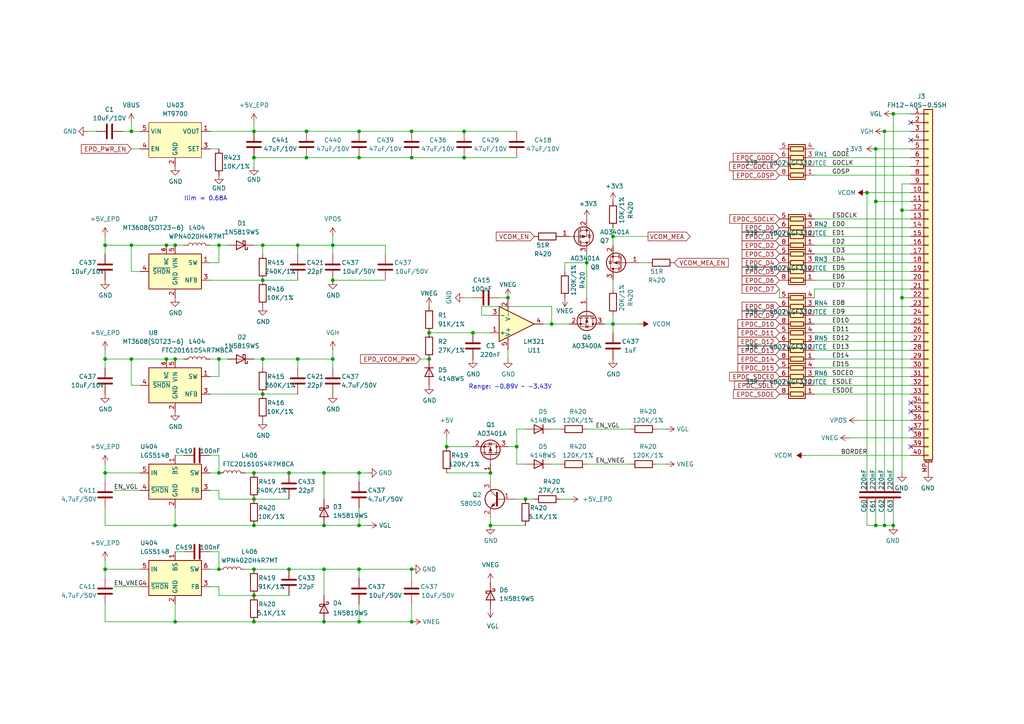
<source format=kicad_sch>
(kicad_sch (version 20230121) (generator eeschema)
  (paper "A4")
  (title_block (title "Caster EPDC") (date "2022-07-03") (rev "R0.4") (company "Copyright 2022 Modos / Engineer: Wenting Zhang"))
  (junction (at 160.02 93.98))
  (junction (at 50.8 180.34))
  (junction (at 177.8 68.58))
  (junction (at 170.18 76.2))
  (junction (at 50.8 104.14))
  (junction (at 137.16 96.52))
  (junction (at 50.8 71.12))
  (junction (at 104.14 45.72))
  (junction (at 149.86 129.54))
  (junction (at 76.2 71.12))
  (junction (at 129.54 129.54))
  (junction (at 119.38 38.1))
  (junction (at 119.38 165.1))
  (junction (at 104.14 165.1))
  (junction (at 86.36 104.14))
  (junction (at 88.9 45.72))
  (junction (at 254 152.4) (diameter 0.9144))
  (junction (at 251.46 55.88))
  (junction (at 259.08 152.4) (diameter 0.9144))
  (junction (at 152.4 144.78))
  (junction (at 73.66 144.78) (diameter 0.9144))
  (junction (at 63.5 137.16))
  (junction (at 73.66 38.1))
  (junction (at 104.14 137.16))
  (junction (at 124.46 96.52))
  (junction (at 73.66 165.1) (diameter 0.9144))
  (junction (at 48.26 104.14))
  (junction (at 73.66 180.34))
  (junction (at 261.62 60.96) (diameter 0.9144))
  (junction (at 104.14 38.1))
  (junction (at 177.8 93.98))
  (junction (at 254 43.18))
  (junction (at 142.24 152.4))
  (junction (at 38.1 104.14))
  (junction (at 73.66 152.4))
  (junction (at 76.2 114.3) (diameter 0.9144))
  (junction (at 119.38 180.34))
  (junction (at 63.5 71.12))
  (junction (at 88.9 38.1))
  (junction (at 73.66 137.16) (diameter 0.9144))
  (junction (at 259.08 33.02) (diameter 0.9144))
  (junction (at 63.5 104.14))
  (junction (at 38.1 38.1))
  (junction (at 38.1 71.12))
  (junction (at 30.48 165.1))
  (junction (at 124.46 104.14))
  (junction (at 256.54 152.4) (diameter 0.9144))
  (junction (at 147.32 86.36))
  (junction (at 256.54 38.1) (diameter 0.9144))
  (junction (at 104.14 152.4))
  (junction (at 50.8 152.4))
  (junction (at 48.26 71.12))
  (junction (at 104.14 180.34))
  (junction (at 119.38 45.72))
  (junction (at 83.82 165.1))
  (junction (at 96.52 71.12))
  (junction (at 142.24 137.16))
  (junction (at 96.52 81.28))
  (junction (at 96.52 104.14))
  (junction (at 93.98 180.34))
  (junction (at 76.2 104.14))
  (junction (at 86.36 71.12))
  (junction (at 63.5 165.1))
  (junction (at 134.62 45.72))
  (junction (at 73.66 172.72) (diameter 0.9144))
  (junction (at 73.66 45.72))
  (junction (at 93.98 137.16))
  (junction (at 93.98 152.4))
  (junction (at 30.48 137.16))
  (junction (at 83.82 137.16))
  (junction (at 76.2 81.28) (diameter 0.9144))
  (junction (at 93.98 165.1))
  (junction (at 261.62 86.36) (diameter 0.9144))
  (junction (at 30.48 104.14))
  (junction (at 30.48 71.12))
  (junction (at 254 58.42) (diameter 0.9144))
  (junction (at 134.62 38.1))
  (no_connect (at 264.16 129.54))
  (no_connect (at 264.16 116.84))
  (no_connect (at 264.16 119.38))
  (no_connect (at 264.16 124.46))
  (no_connect (at 264.16 35.56))
  (no_connect (at 264.16 40.64))
  (wire (pts (xy 30.48 175.26) (xy 30.48 180.34)))
  (wire (pts (xy 63.5 71.12) (xy 66.04 71.12)))
  (wire (pts (xy 60.96 170.18) (xy 63.5 170.18)))
  (wire (pts (xy 137.16 86.36) (xy 134.62 86.36)))
  (wire (pts (xy 236.22 68.58) (xy 264.16 68.58)))
  (wire (pts (xy 149.86 134.62) (xy 152.4 134.62)))
  (wire (pts (xy 86.36 71.12) (xy 86.36 73.66)))
  (wire (pts (xy 73.66 144.78) (xy 63.5 144.78)))
  (wire (pts (xy 147.32 129.54) (xy 149.86 129.54)))
  (wire (pts (xy 73.66 38.1) (xy 88.9 38.1)))
  (wire (pts (xy 236.22 83.82) (xy 264.16 83.82)))
  (wire (pts (xy 256.54 38.1) (xy 264.16 38.1)))
  (wire (pts (xy 163.83 76.2) (xy 163.83 78.74)))
  (wire (pts (xy 73.66 137.16) (xy 83.82 137.16)))
  (wire (pts (xy 139.7 91.44) (xy 142.24 91.44)))
  (wire (pts (xy 50.8 152.4) (xy 73.66 152.4)))
  (wire (pts (xy 134.62 45.72) (xy 149.86 45.72)))
  (wire (pts (xy 76.2 114.3) (xy 86.36 114.3)))
  (wire (pts (xy 30.48 162.56) (xy 30.48 165.1)))
  (wire (pts (xy 30.48 71.12) (xy 30.48 73.66)))
  (wire (pts (xy 38.1 43.18) (xy 40.64 43.18)))
  (wire (pts (xy 254 58.42) (xy 254 139.7)))
  (wire (pts (xy 73.66 172.72) (xy 83.82 172.72)))
  (wire (pts (xy 177.8 66.04) (xy 177.8 68.58)))
  (wire (pts (xy 236.22 45.72) (xy 264.16 45.72)))
  (wire (pts (xy 251.46 55.88) (xy 264.16 55.88)))
  (wire (pts (xy 175.26 93.98) (xy 177.8 93.98)))
  (wire (pts (xy 160.02 124.46) (xy 162.56 124.46)))
  (wire (pts (xy 236.22 63.5) (xy 264.16 63.5)))
  (wire (pts (xy 96.52 71.12) (xy 96.52 73.66)))
  (wire (pts (xy 50.8 132.08) (xy 53.34 132.08)))
  (wire (pts (xy 236.22 73.66) (xy 264.16 73.66)))
  (wire (pts (xy 30.48 137.16) (xy 30.48 139.7)))
  (wire (pts (xy 236.22 99.06) (xy 264.16 99.06)))
  (wire (pts (xy 226.06 83.82) (xy 226.06 86.36)))
  (wire (pts (xy 261.62 53.34) (xy 261.62 60.96)))
  (wire (pts (xy 119.38 38.1) (xy 134.62 38.1)))
  (wire (pts (xy 236.22 88.9) (xy 264.16 88.9)))
  (wire (pts (xy 60.96 81.28) (xy 76.2 81.28)))
  (wire (pts (xy 121.92 104.14) (xy 124.46 104.14)))
  (wire (pts (xy 149.86 124.46) (xy 149.86 129.54)))
  (wire (pts (xy 124.46 96.52) (xy 137.16 96.52)))
  (wire (pts (xy 177.8 91.44) (xy 177.8 93.98)))
  (wire (pts (xy 60.96 109.22) (xy 63.5 109.22)))
  (wire (pts (xy 38.1 71.12) (xy 38.1 78.74)))
  (wire (pts (xy 38.1 71.12) (xy 48.26 71.12)))
  (wire (pts (xy 104.14 45.72) (xy 119.38 45.72)))
  (wire (pts (xy 48.26 104.14) (xy 50.8 104.14)))
  (wire (pts (xy 190.5 134.62) (xy 193.04 134.62)))
  (wire (pts (xy 104.14 180.34) (xy 119.38 180.34)))
  (wire (pts (xy 93.98 137.16) (xy 93.98 144.78)))
  (wire (pts (xy 236.22 106.68) (xy 264.16 106.68)))
  (wire (pts (xy 261.62 60.96) (xy 261.62 86.36)))
  (wire (pts (xy 63.5 104.14) (xy 66.04 104.14)))
  (wire (pts (xy 73.66 104.14) (xy 76.2 104.14)))
  (wire (pts (xy 96.52 101.6) (xy 96.52 104.14)))
  (wire (pts (xy 93.98 137.16) (xy 104.14 137.16)))
  (wire (pts (xy 50.8 104.14) (xy 53.34 104.14)))
  (wire (pts (xy 60.96 160.02) (xy 63.5 160.02)))
  (wire (pts (xy 236.22 109.22) (xy 264.16 109.22)))
  (wire (pts (xy 157.48 93.98) (xy 160.02 93.98)))
  (wire (pts (xy 177.8 93.98) (xy 177.8 96.52)))
  (wire (pts (xy 63.5 165.1) (xy 60.96 165.1)))
  (wire (pts (xy 40.64 111.76) (xy 38.1 111.76)))
  (wire (pts (xy 30.48 180.34) (xy 50.8 180.34)))
  (wire (pts (xy 119.38 165.1) (xy 119.38 167.64)))
  (wire (pts (xy 73.66 165.1) (xy 83.82 165.1)))
  (wire (pts (xy 163.83 76.2) (xy 170.18 76.2)))
  (wire (pts (xy 177.8 81.28) (xy 177.8 83.82)))
  (wire (pts (xy 149.86 129.54) (xy 149.86 134.62)))
  (wire (pts (xy 236.22 81.28) (xy 264.16 81.28)))
  (wire (pts (xy 73.66 172.72) (xy 63.5 172.72)))
  (wire (pts (xy 236.22 93.98) (xy 264.16 93.98)))
  (wire (pts (xy 60.96 114.3) (xy 76.2 114.3)))
  (wire (pts (xy 104.14 165.1) (xy 119.38 165.1)))
  (wire (pts (xy 63.5 142.24) (xy 63.5 144.78)))
  (wire (pts (xy 88.9 45.72) (xy 104.14 45.72)))
  (wire (pts (xy 76.2 81.28) (xy 86.36 81.28)))
  (wire (pts (xy 170.18 134.62) (xy 182.88 134.62)))
  (wire (pts (xy 73.66 38.1) (xy 73.66 35.56)))
  (wire (pts (xy 50.8 180.34) (xy 73.66 180.34)))
  (wire (pts (xy 83.82 165.1) (xy 93.98 165.1)))
  (wire (pts (xy 254 43.18) (xy 264.16 43.18)))
  (wire (pts (xy 60.96 43.18) (xy 63.5 43.18)))
  (wire (pts (xy 160.02 93.98) (xy 165.1 93.98)))
  (wire (pts (xy 30.48 104.14) (xy 30.48 106.68)))
  (wire (pts (xy 63.5 170.18) (xy 63.5 172.72)))
  (wire (pts (xy 236.22 50.8) (xy 264.16 50.8)))
  (wire (pts (xy 76.2 71.12) (xy 86.36 71.12)))
  (wire (pts (xy 76.2 104.14) (xy 86.36 104.14)))
  (wire (pts (xy 162.56 144.78) (xy 165.1 144.78)))
  (wire (pts (xy 177.8 68.58) (xy 187.96 68.58)))
  (wire (pts (xy 129.54 127) (xy 129.54 129.54)))
  (wire (pts (xy 48.26 71.12) (xy 50.8 71.12)))
  (wire (pts (xy 38.1 104.14) (xy 48.26 104.14)))
  (wire (pts (xy 119.38 175.26) (xy 119.38 180.34)))
  (wire (pts (xy 149.86 144.78) (xy 152.4 144.78)))
  (wire (pts (xy 96.52 81.28) (xy 111.76 81.28)))
  (wire (pts (xy 25.4 38.1) (xy 27.94 38.1)))
  (wire (pts (xy 251.46 147.32) (xy 251.46 152.4)))
  (wire (pts (xy 104.14 152.4) (xy 106.68 152.4)))
  (wire (pts (xy 256.54 152.4) (xy 259.08 152.4)))
  (wire (pts (xy 40.64 78.74) (xy 38.1 78.74)))
  (wire (pts (xy 236.22 114.3) (xy 264.16 114.3)))
  (wire (pts (xy 251.46 55.88) (xy 251.46 139.7)))
  (wire (pts (xy 236.22 96.52) (xy 264.16 96.52)))
  (wire (pts (xy 261.62 86.36) (xy 264.16 86.36)))
  (wire (pts (xy 73.66 165.1) (xy 71.12 165.1)))
  (wire (pts (xy 142.24 137.16) (xy 142.24 139.7)))
  (wire (pts (xy 30.48 101.6) (xy 30.48 104.14)))
  (wire (pts (xy 261.62 86.36) (xy 261.62 137.16)))
  (wire (pts (xy 104.14 165.1) (xy 104.14 167.64)))
  (wire (pts (xy 259.08 33.02) (xy 259.08 139.7)))
  (wire (pts (xy 73.66 180.34) (xy 93.98 180.34)))
  (wire (pts (xy 76.2 104.14) (xy 76.2 106.68)))
  (wire (pts (xy 111.76 71.12) (xy 111.76 73.66)))
  (wire (pts (xy 63.5 137.16) (xy 60.96 137.16)))
  (wire (pts (xy 73.66 152.4) (xy 93.98 152.4)))
  (wire (pts (xy 236.22 91.44) (xy 264.16 91.44)))
  (wire (pts (xy 259.08 147.32) (xy 259.08 152.4)))
  (wire (pts (xy 63.5 76.2) (xy 63.5 71.12)))
  (wire (pts (xy 96.52 71.12) (xy 111.76 71.12)))
  (wire (pts (xy 104.14 137.16) (xy 104.14 139.7)))
  (wire (pts (xy 142.24 149.86) (xy 142.24 152.4)))
  (wire (pts (xy 63.5 160.02) (xy 63.5 165.1)))
  (wire (pts (xy 50.8 147.32) (xy 50.8 152.4)))
  (wire (pts (xy 129.54 137.16) (xy 142.24 137.16)))
  (wire (pts (xy 60.96 104.14) (xy 63.5 104.14)))
  (wire (pts (xy 104.14 147.32) (xy 104.14 152.4)))
  (wire (pts (xy 60.96 71.12) (xy 63.5 71.12)))
  (wire (pts (xy 236.22 101.6) (xy 264.16 101.6)))
  (wire (pts (xy 137.16 96.52) (xy 142.24 96.52)))
  (wire (pts (xy 83.82 137.16) (xy 93.98 137.16)))
  (wire (pts (xy 104.14 137.16) (xy 106.68 137.16)))
  (wire (pts (xy 76.2 71.12) (xy 76.2 73.66)))
  (wire (pts (xy 139.7 88.9) (xy 139.7 91.44)))
  (wire (pts (xy 93.98 180.34) (xy 104.14 180.34)))
  (wire (pts (xy 86.36 71.12) (xy 96.52 71.12)))
  (wire (pts (xy 152.4 124.46) (xy 149.86 124.46)))
  (wire (pts (xy 104.14 38.1) (xy 119.38 38.1)))
  (wire (pts (xy 93.98 152.4) (xy 104.14 152.4)))
  (wire (pts (xy 259.08 33.02) (xy 264.16 33.02)))
  (wire (pts (xy 30.48 147.32) (xy 30.48 152.4)))
  (wire (pts (xy 190.5 124.46) (xy 193.04 124.46)))
  (wire (pts (xy 254 58.42) (xy 264.16 58.42)))
  (wire (pts (xy 119.38 45.72) (xy 134.62 45.72)))
  (wire (pts (xy 129.54 129.54) (xy 137.16 129.54)))
  (wire (pts (xy 63.5 109.22) (xy 63.5 104.14)))
  (wire (pts (xy 88.9 38.1) (xy 104.14 38.1)))
  (wire (pts (xy 35.56 38.1) (xy 38.1 38.1)))
  (wire (pts (xy 236.22 104.14) (xy 264.16 104.14)))
  (wire (pts (xy 38.1 35.56) (xy 38.1 38.1)))
  (wire (pts (xy 170.18 124.46) (xy 182.88 124.46)))
  (wire (pts (xy 73.66 45.72) (xy 88.9 45.72)))
  (wire (pts (xy 261.62 60.96) (xy 264.16 60.96)))
  (wire (pts (xy 256.54 38.1) (xy 256.54 139.7)))
  (wire (pts (xy 93.98 165.1) (xy 93.98 172.72)))
  (wire (pts (xy 33.02 142.24) (xy 40.64 142.24)))
  (wire (pts (xy 30.48 165.1) (xy 40.64 165.1)))
  (wire (pts (xy 30.48 71.12) (xy 38.1 71.12)))
  (wire (pts (xy 256.54 147.32) (xy 256.54 152.4)))
  (wire (pts (xy 73.66 45.72) (xy 73.66 48.26)))
  (wire (pts (xy 96.52 68.58) (xy 96.52 71.12)))
  (wire (pts (xy 73.66 71.12) (xy 76.2 71.12)))
  (wire (pts (xy 30.48 137.16) (xy 40.64 137.16)))
  (wire (pts (xy 104.14 175.26) (xy 104.14 180.34)))
  (wire (pts (xy 147.32 101.6) (xy 147.32 104.14)))
  (wire (pts (xy 33.02 170.18) (xy 40.64 170.18)))
  (wire (pts (xy 147.32 86.36) (xy 144.78 86.36)))
  (wire (pts (xy 63.5 132.08) (xy 63.5 137.16)))
  (wire (pts (xy 177.8 93.98) (xy 185.42 93.98)))
  (wire (pts (xy 50.8 71.12) (xy 53.34 71.12)))
  (wire (pts (xy 73.66 137.16) (xy 71.12 137.16)))
  (wire (pts (xy 246.38 127) (xy 264.16 127)))
  (wire (pts (xy 86.36 104.14) (xy 96.52 104.14)))
  (wire (pts (xy 60.96 142.24) (xy 63.5 142.24)))
  (wire (pts (xy 236.22 66.04) (xy 264.16 66.04)))
  (wire (pts (xy 170.18 73.66) (xy 170.18 76.2)))
  (wire (pts (xy 96.52 104.14) (xy 96.52 106.68)))
  (wire (pts (xy 38.1 104.14) (xy 38.1 111.76)))
  (wire (pts (xy 30.48 165.1) (xy 30.48 167.64)))
  (wire (pts (xy 30.48 104.14) (xy 38.1 104.14)))
  (wire (pts (xy 236.22 111.76) (xy 264.16 111.76)))
  (wire (pts (xy 236.22 76.2) (xy 264.16 76.2)))
  (wire (pts (xy 160.02 88.9) (xy 139.7 88.9)))
  (wire (pts (xy 236.22 83.82) (xy 236.22 86.36)))
  (wire (pts (xy 254 43.18) (xy 254 58.42)))
  (wire (pts (xy 170.18 76.2) (xy 170.18 86.36)))
  (wire (pts (xy 236.22 71.12) (xy 264.16 71.12)))
  (wire (pts (xy 152.4 144.78) (xy 154.94 144.78)))
  (wire (pts (xy 160.02 134.62) (xy 162.56 134.62)))
  (wire (pts (xy 248.92 121.92) (xy 264.16 121.92)))
  (wire (pts (xy 50.8 175.26) (xy 50.8 180.34)))
  (wire (pts (xy 134.62 38.1) (xy 149.86 38.1)))
  (wire (pts (xy 236.22 48.26) (xy 264.16 48.26)))
  (wire (pts (xy 160.02 93.98) (xy 160.02 88.9)))
  (wire (pts (xy 30.48 152.4) (xy 50.8 152.4)))
  (wire (pts (xy 251.46 152.4) (xy 254 152.4)))
  (wire (pts (xy 254 147.32) (xy 254 152.4)))
  (wire (pts (xy 142.24 152.4) (xy 152.4 152.4)))
  (wire (pts (xy 233.68 132.08) (xy 264.16 132.08)))
  (wire (pts (xy 60.96 132.08) (xy 63.5 132.08)))
  (wire (pts (xy 254 152.4) (xy 256.54 152.4)))
  (wire (pts (xy 50.8 160.02) (xy 53.34 160.02)))
  (wire (pts (xy 264.16 53.34) (xy 261.62 53.34)))
  (wire (pts (xy 73.66 144.78) (xy 83.82 144.78)))
  (wire (pts (xy 236.22 78.74) (xy 264.16 78.74)))
  (wire (pts (xy 38.1 38.1) (xy 40.64 38.1)))
  (wire (pts (xy 30.48 68.58) (xy 30.48 71.12)))
  (wire (pts (xy 177.8 71.12) (xy 177.8 68.58)))
  (wire (pts (xy 60.96 38.1) (xy 73.66 38.1)))
  (wire (pts (xy 93.98 165.1) (xy 104.14 165.1)))
  (wire (pts (xy 86.36 104.14) (xy 86.36 106.68)))
  (wire (pts (xy 30.48 134.62) (xy 30.48 137.16)))
  (wire (pts (xy 185.42 76.2) (xy 187.96 76.2)))
  (wire (pts (xy 60.96 76.2) (xy 63.5 76.2)))
  (text "Ilim = 0.68A" (at 53.34 58.42 0) (effects (font (size 1.27 1.27)) (justify left bottom)))
  (text "Range: -0.89V ~ -3.43V" (at 135.89 113.03 0) (effects (font (size 1.27 1.27)) (justify left bottom)))
  (label "EN_VGL" (at 33.02 142.24 0))
  (label "GDOE" (at 241.3 45.72 0))
  (label "ED15" (at 241.3 106.68 0))
  (label "ED14" (at 241.3 104.14 0))
  (label "ED13" (at 241.3 101.6 0))
  (label "ESDCLK" (at 241.3 63.5 0))
  (label "GDCLK" (at 241.3 48.26 0))
  (label "ESDLE" (at 241.3 111.76 0))
  (label "ED1" (at 241.3 68.58 0))
  (label "ED9" (at 241.3 91.44 0))
  (label "ED10" (at 241.3 93.98 0))
  (label "EN_VGL" (at 172.72 124.46 0))
  (label "ED11" (at 241.3 96.52 0))
  (label "EN_VNEG" (at 172.72 134.62 0))
  (label "ESDOE" (at 241.3 114.3 0))
  (label "ED7" (at 241.3 83.82 0))
  (label "ED6" (at 241.3 81.28 0))
  (label "ED2" (at 241.3 71.12 0))
  (label "GDSP" (at 241.3 50.8 0))
  (label "EN_VNEG" (at 33.02 170.18 0))
  (label "BORDER" (at 243.84 132.08 0))
  (label "ED5" (at 241.3 78.74 0))
  (label "ED12" (at 241.3 99.06 0))
  (label "ED4" (at 241.3 76.2 0))
  (label "ED3" (at 241.3 73.66 0))
  (label "ED8" (at 241.3 88.9 0))
  (label "SDCE0" (at 241.3 109.22 0))
  (label "ED0" (at 241.3 66.04 0))
  (global_label "EPDC_D2" (shape input) (at 226.06 71.12 180) (property "Intersheetrefs" "${INTERSHEET_REFS}" (effects hide)))
  (global_label "EPDC_D9" (shape input) (at 226.06 91.44 180) (property "Intersheetrefs" "${INTERSHEET_REFS}" (effects hide)))
  (global_label "VCOM_EN" (shape input) (at 154.94 68.58 180) (property "Intersheetrefs" "${INTERSHEET_REFS}" (effects hide)))
  (global_label "EPDC_GDSP" (shape input) (at 226.06 50.8 180) (property "Intersheetrefs" "${INTERSHEET_REFS}" (effects hide)))
  (global_label "EPDC_D4" (shape input) (at 226.06 76.2 180) (property "Intersheetrefs" "${INTERSHEET_REFS}" (effects hide)))
  (global_label "EPDC_D11" (shape input) (at 226.06 96.52 180) (property "Intersheetrefs" "${INTERSHEET_REFS}" (effects hide)))
  (global_label "EPDC_D15" (shape input) (at 226.06 106.68 180) (property "Intersheetrefs" "${INTERSHEET_REFS}" (effects hide)))
  (global_label "EPDC_SDCLK" (shape input) (at 226.06 63.5 180) (property "Intersheetrefs" "${INTERSHEET_REFS}" (effects hide)))
  (global_label "EPDC_GDOE" (shape input) (at 226.06 45.72 180) (property "Intersheetrefs" "${INTERSHEET_REFS}" (effects hide)))
  (global_label "EPDC_D8" (shape input) (at 226.06 88.9 180) (property "Intersheetrefs" "${INTERSHEET_REFS}" (effects hide)))
  (global_label "EPDC_GDCLK" (shape input) (at 226.06 48.26 180) (property "Intersheetrefs" "${INTERSHEET_REFS}" (effects hide)))
  (global_label "VCOM_MEA" (shape output) (at 187.96 68.58 0) (property "Intersheetrefs" "${INTERSHEET_REFS}" (effects hide)))
  (global_label "EPDC_D7" (shape input) (at 226.06 83.82 180) (property "Intersheetrefs" "${INTERSHEET_REFS}" (effects hide)))
  (global_label "EPDC_SDOE" (shape input) (at 226.06 114.3 180) (property "Intersheetrefs" "${INTERSHEET_REFS}" (effects hide)))
  (global_label "VCOM_MEA_EN" (shape input) (at 195.58 76.2 0) (property "Intersheetrefs" "${INTERSHEET_REFS}" (effects hide)))
  (global_label "EPDC_D12" (shape input) (at 226.06 99.06 180) (property "Intersheetrefs" "${INTERSHEET_REFS}" (effects hide)))
  (global_label "EPDC_D13" (shape input) (at 226.06 101.6 180) (property "Intersheetrefs" "${INTERSHEET_REFS}" (effects hide)))
  (global_label "EPDC_D6" (shape input) (at 226.06 81.28 180) (property "Intersheetrefs" "${INTERSHEET_REFS}" (effects hide)))
  (global_label "EPDC_D14" (shape input) (at 226.06 104.14 180) (property "Intersheetrefs" "${INTERSHEET_REFS}" (effects hide)))
  (global_label "EPDC_SDLE" (shape input) (at 226.06 111.76 180) (property "Intersheetrefs" "${INTERSHEET_REFS}" (effects hide)))
  (global_label "EPDC_D5" (shape input) (at 226.06 78.74 180) (property "Intersheetrefs" "${INTERSHEET_REFS}" (effects hide)))
  (global_label "EPDC_D0" (shape input) (at 226.06 66.04 180) (property "Intersheetrefs" "${INTERSHEET_REFS}" (effects hide)))
  (global_label "EPD_VCOM_PWM" (shape input) (at 121.92 104.14 180) (property "Intersheetrefs" "${INTERSHEET_REFS}" (effects hide)))
  (global_label "EPDC_D10" (shape input) (at 226.06 93.98 180) (property "Intersheetrefs" "${INTERSHEET_REFS}" (effects hide)))
  (global_label "EPDC_SDCE0" (shape input) (at 226.06 109.22 180) (property "Intersheetrefs" "${INTERSHEET_REFS}" (effects hide)))
  (global_label "EPDC_D3" (shape input) (at 226.06 73.66 180) (property "Intersheetrefs" "${INTERSHEET_REFS}" (effects hide)))
  (global_label "EPDC_D1" (shape input) (at 226.06 68.58 180) (property "Intersheetrefs" "${INTERSHEET_REFS}" (effects hide)))
  (global_label "EPD_PWR_EN" (shape input) (at 38.1 43.18 180) (property "Intersheetrefs" "${INTERSHEET_REFS}" (effects hide)))
  (symbol (lib_id "power:GND") (at 106.68 137.16 90) (unit 1)
    (property "Reference" "#PWR0458" (effects hide))
    (property "Value" "GND" (at 111.76 137.16 90))
    (instances (project "pcb" (path "" (reference "#PWR0458") (unit 1)) (path "" (reference "#PWR068") (unit 1))) (project "pcb" (path "" (reference "#PWR022") (unit 1))) (project "pcb" (path "" (reference "#PWR021") (unit 1))))
  )
  (symbol (lib_id "symbols:VNEG") (at 246.38 127 90) (unit 1)
    (property "Reference" "#PWR088" (effects hide))
    (property "Value" "VNEG" (at 240.665 127 90))
  )
  (symbol (lib_id "Device:C") (at 140.97 86.36 90) (mirror x) (unit 1)
    (property "Reference" "C415" (at 139.7 81.28 90))
    (property "Value" "100nF" (at 139.7 83.82 90))
    (property "Footprint" "Capacitor_SMD:C_0402_1005Metric" (effects hide))
    (instances (project "pcb" (path "" (reference "C415") (unit 1)) (path "" (reference "C54") (unit 1))) (project "pcb" (path "" (reference "C7") (unit 1))) (project "pcb" (path "" (reference "C12") (unit 1))))
  )
  (symbol (lib_id "symbols:+5V_EPD") (at 30.48 101.6 0) (unit 1)
    (property "Reference" "#PWR051" (effects hide))
    (property "Value" "+5V_EPD" (at 30.48 96.52 0))
  )
  (symbol (lib_id "symbols:VNEG") (at 124.46 88.9 0) (unit 1)
    (property "Reference" "#PWR072" (effects hide))
    (property "Value" "VNEG" (at 124.46 85.09 0))
  )
  (symbol (lib_id "Device:C") (at 57.15 132.08 270) (unit 1)
    (property "Reference" "C419" (at 53.34 130.81 90))
    (property "Value" "100nF" (at 60.96 130.81 90))
    (property "Footprint" "Capacitor_SMD:C_0402_1005Metric" (effects hide))
    (instances (project "pcb" (path "" (reference "C419") (unit 1)) (path "" (reference "C35") (unit 1))) (project "pcb" (path "" (reference "C11") (unit 1))) (project "pcb" (path "" (reference "C13") (unit 1))))
  )
  (symbol (lib_id "Device:R") (at 158.75 68.58 90) (unit 1)
    (property "Reference" "R420" (at 157.48 73.66 90))
    (property "Value" "51R" (at 157.48 71.12 90))
    (property "Footprint" "Resistor_SMD:R_0402_1005Metric" (effects hide))
    (instances (project "pcb" (path "" (reference "R420") (unit 1)) (path "" (reference "R63") (unit 1))) (project "pcb" (path "" (reference "R6") (unit 1))) (project "pcb" (path "" (reference "R8") (unit 1))))
  )
  (symbol (lib_id "Device:R_Pack04") (at 231.14 88.9 90) (unit 1)
    (property "Reference" "RN4" (at 240.1316 87.9348 90) (effects (justify left)))
    (property "Value" "33R / 4D02WGF330JTCE" (at 239.903 90.4748 90) (effects (justify left)))
    (property "Footprint" "Resistor_SMD:R_Array_Convex_4x0402" (effects hide))
  )
  (symbol (lib_id "Device:R") (at 152.4 148.59 180) (unit 1)
    (property "Reference" "R420" (at 156.21 147.32 0))
    (property "Value" "5.1K/1%" (at 157.48 149.86 0))
    (property "Footprint" "Resistor_SMD:R_0402_1005Metric" (effects hide))
    (instances (project "pcb" (path "" (reference "R420") (unit 1)) (path "" (reference "R29") (unit 1))) (project "pcb" (path "" (reference "R6") (unit 1))) (project "pcb" (path "" (reference "R8") (unit 1))))
  )
  (symbol (lib_id "Device:R") (at 163.83 82.55 0) (mirror y) (unit 1)
    (property "Reference" "R420" (at 168.91 81.28 90))
    (property "Value" "120K/1%" (at 166.37 81.28 90))
    (property "Footprint" "Resistor_SMD:R_0402_1005Metric" (effects hide))
    (instances (project "pcb" (path "" (reference "R420") (unit 1)) (path "" (reference "R62") (unit 1))) (project "pcb" (path "" (reference "R6") (unit 1))) (project "pcb" (path "" (reference "R8") (unit 1))))
  )
  (symbol (lib_id "symbols:SY8120") (at 50.8 139.7 0) (unit 1)
    (property "Reference" "U404" (at 40.64 129.54 0) (effects (justify left)))
    (property "Value" "LGS5148" (at 40.64 132.08 0) (effects (justify left)))
    (property "Footprint" "Package_TO_SOT_SMD:TSOT-23-6" (effects hide))
    (instances (project "pcb" (path "" (reference "U404") (unit 1)) (path "" (reference "U9") (unit 1))) (project "pcb" (path "" (reference "U3") (unit 1))))
  )
  (symbol (lib_id "symbols:+5V_EPD") (at 165.1 144.78 270) (unit 1)
    (property "Reference" "#PWR083" (effects hide))
    (property "Value" "+5V_EPD" (at 168.91 144.78 90) (effects (justify left)))
  )
  (symbol (lib_id "Device:C") (at 149.86 41.91 0) (mirror x) (unit 1)
    (property "Reference" "C418" (at 157.48 40.64 0))
    (property "Value" "47uF/10V" (at 157.48 43.18 0))
    (property "Footprint" "Capacitor_SMD:C_1206_3216Metric" (effects hide))
    (property "LCSC" "C105490" (effects hide))
    (property "Ref.Price" "0.0165" (effects hide))
    (instances (project "pcb" (path "" (reference "C418") (unit 1)) (path "" (reference "C53") (unit 1))) (project "pcb" (path "" (reference "C24") (unit 1))))
  )
  (symbol (lib_id "Device:C") (at 259.08 143.51 0) (unit 1)
    (property "Reference" "C63" (at 258.191 148.6916 90) (effects (justify left)))
    (property "Value" "220nF" (at 258.191 142.113 90) (effects (justify left)))
    (property "Footprint" "Capacitor_SMD:C_0402_1005Metric" (effects hide))
    (property "LCSC" "C880414" (effects hide))
    (property "Ref.Price" "0.0036" (effects hide))
  )
  (symbol (lib_id "Device:C") (at 73.66 41.91 0) (mirror x) (unit 1)
    (property "Reference" "C441" (at 81.28 40.64 0))
    (property "Value" "47uF/10V" (at 81.28 43.18 0))
    (property "Footprint" "Capacitor_SMD:C_1206_3216Metric" (effects hide))
    (property "LCSC" "C105490" (effects hide))
    (property "Ref.Price" "0.0165" (effects hide))
    (instances (project "pcb" (path "" (reference "C441") (unit 1)) (path "" (reference "C37") (unit 1))) (project "pcb" (path "" (reference "C30") (unit 1))))
  )
  (symbol (lib_id "Device:L") (at 57.15 71.12 90) (unit 1)
    (property "Reference" "L404" (at 57.15 66.04 90))
    (property "Value" "WPN4020H4R7MT" (at 57.15 68.58 90))
    (property "Footprint" "Inductor_SMD:L_Changjiang_FNR4020S" (effects hide))
    (instances (project "pcb" (path "" (reference "L404") (unit 1)) (path "" (reference "L4") (unit 1))) (project "pcb" (path "" (reference "L1") (unit 1))) (project "pcb" (path "" (reference "L2") (unit 1))))
  )
  (symbol (lib_id "Device:R") (at 73.66 140.97 180) (unit 1)
    (property "Reference" "R419" (at 77.47 139.7 0))
    (property "Value" "240K/1%" (at 78.74 142.24 0))
    (property "Footprint" "Resistor_SMD:R_0402_1005Metric" (effects hide))
    (instances (project "pcb" (path "" (reference "R419") (unit 1)) (path "" (reference "R18") (unit 1))) (project "pcb" (path "" (reference "R5") (unit 1))) (project "pcb" (path "" (reference "R7") (unit 1))))
  )
  (symbol (lib_id "Device:C") (at 31.75 38.1 90) (unit 1)
    (property "Reference" "C1" (at 31.75 31.75 90))
    (property "Value" "10uF/10V" (at 31.75 34.29 90))
    (property "Footprint" "Capacitor_SMD:C_0805_2012Metric" (effects hide))
    (instances (project "pcb" (path "" (reference "C1") (unit 1)) (path "" (reference "C104") (unit 1))) (project "pcb" (path "" (reference "C1") (unit 1))) (project "pcb" (path "" (reference "C10") (unit 1))))
  )
  (symbol (lib_id "Device:R") (at 186.69 124.46 270) (unit 1)
    (property "Reference" "R420" (at 187.96 119.38 90))
    (property "Value" "120K/1%" (at 187.96 121.92 90))
    (property "Footprint" "Resistor_SMD:R_0402_1005Metric" (effects hide))
    (instances (project "pcb" (path "" (reference "R420") (unit 1)) (path "" (reference "R33") (unit 1))) (project "pcb" (path "" (reference "R6") (unit 1))) (project "pcb" (path "" (reference "R8") (unit 1))))
  )
  (symbol (lib_id "power:+5V") (at 129.54 127 0) (unit 1)
    (property "Reference" "#PWR0438" (effects hide))
    (property "Value" "+5V" (at 129.54 121.92 0))
    (instances (project "pcb" (path "" (reference "#PWR0438") (unit 1)) (path "" (reference "#PWR074") (unit 1))) (project "pcb" (path "" (reference "#PWR07") (unit 1))))
  )
  (symbol (lib_id "Device:C") (at 251.46 143.51 0) (unit 1)
    (property "Reference" "C60" (at 250.571 148.6916 90) (effects (justify left)))
    (property "Value" "220nF" (at 250.571 142.113 90) (effects (justify left)))
    (property "Footprint" "Capacitor_SMD:C_0402_1005Metric" (effects hide))
    (property "LCSC" "C880414" (effects hide))
    (property "Ref.Price" "0.0036" (effects hide))
  )
  (symbol (lib_id "power:+3V3") (at 254 43.18 90) (unit 1)
    (property "Reference" "#PWR091" (effects hide))
    (property "Value" "+3V3" (at 250.19 43.18 90) (effects (justify left)))
  )
  (symbol (lib_id "Diode:1N5819WS") (at 93.98 176.53 270) (unit 1)
    (property "Reference" "D4" (at 96.52 174.9425 90) (effects (justify left)))
    (property "Value" "1N5819WS" (at 96.52 177.8 90) (effects (justify left)))
    (property "Footprint" "Diode_SMD:D_SOD-323" (effects hide))
    (property "Datasheet" "https://datasheet.lcsc.com/lcsc/2204281430_Guangdong-Hottech-1N5819WS_C191023.pdf" (effects hide))
  )
  (symbol (lib_id "Device:R") (at 166.37 134.62 270) (unit 1)
    (property "Reference" "R420" (at 167.64 129.54 90))
    (property "Value" "120K/1%" (at 167.64 132.08 90))
    (property "Footprint" "Resistor_SMD:R_0402_1005Metric" (effects hide))
    (instances (project "pcb" (path "" (reference "R420") (unit 1)) (path "" (reference "R32") (unit 1))) (project "pcb" (path "" (reference "R6") (unit 1))) (project "pcb" (path "" (reference "R8") (unit 1))))
  )
  (symbol (lib_id "symbols:VNEG") (at 119.38 180.34 270) (unit 1)
    (property "Reference" "#PWR071" (effects hide))
    (property "Value" "VNEG" (at 125.095 180.34 90))
  )
  (symbol (lib_id "symbols:VGL") (at 106.68 152.4 270) (unit 1)
    (property "Reference" "#PWR069" (effects hide))
    (property "Value" "VGL" (at 109.855 152.4001 90) (effects (justify left)))
  )
  (symbol (lib_id "Device:R") (at 129.54 133.35 180) (unit 1)
    (property "Reference" "R419" (at 133.35 132.08 0))
    (property "Value" "120K/1%" (at 134.62 134.62 0))
    (property "Footprint" "Resistor_SMD:R_0402_1005Metric" (effects hide))
    (instances (project "pcb" (path "" (reference "R419") (unit 1)) (path "" (reference "R28") (unit 1))) (project "pcb" (path "" (reference "R5") (unit 1))) (project "pcb" (path "" (reference "R7") (unit 1))))
  )
  (symbol (lib_id "power:GND") (at 261.62 137.16 0) (mirror y) (unit 1)
    (property "Reference" "#PWR095" (effects hide))
    (property "Value" "GND" (at 261.493 141.5542 0))
  )
  (symbol (lib_id "Device:R") (at 191.77 76.2 90) (unit 1)
    (property "Reference" "R420" (at 190.5 81.28 90))
    (property "Value" "51R" (at 190.5 78.74 90))
    (property "Footprint" "Resistor_SMD:R_0402_1005Metric" (effects hide))
    (instances (project "pcb" (path "" (reference "R420") (unit 1)) (path "" (reference "R66") (unit 1))) (project "pcb" (path "" (reference "R6") (unit 1))) (project "pcb" (path "" (reference "R8") (unit 1))))
  )
  (symbol (lib_id "symbols:VGH") (at 96.52 101.6 0) (unit 1)
    (property "Reference" "#PWR066" (effects hide))
    (property "Value" "VGH" (at 96.52 96.52 0))
  )
  (symbol (lib_id "Device:C") (at 111.76 77.47 180) (unit 1)
    (property "Reference" "C437" (at 116.84 76.2 0))
    (property "Value" "10uF/50V" (at 119.38 78.74 0))
    (property "Footprint" "Capacitor_SMD:C_1206_3216Metric" (effects hide))
    (instances (project "pcb" (path "" (reference "C437") (unit 1)) (path "" (reference "C48") (unit 1))) (project "pcb" (path "" (reference "C19") (unit 1))) (project "pcb" (path "" (reference "C15") (unit 1))))
  )
  (symbol (lib_id "power:GND") (at 142.24 152.4 0) (unit 1)
    (property "Reference" "#PWR0444" (effects hide))
    (property "Value" "GND" (at 142.367 156.7942 0))
    (instances (project "pcb" (path "" (reference "#PWR0444") (unit 1)) (path "" (reference "#PWR076") (unit 1))) (project "pcb" (path "" (reference "#PWR013") (unit 1))) (project "pcb" (path "" (reference "#PWR017") (unit 1))))
  )
  (symbol (lib_id "Device:D") (at 156.21 124.46 180) (unit 1)
    (property "Reference" "D5" (at 157.48 119.38 0))
    (property "Value" "4148WS" (at 157.48 121.92 0))
    (property "Footprint" "Diode_SMD:D_SOD-323" (effects hide))
    (property "Sim.Device" "D" (effects hide))
    (property "Sim.Pins" "1=K 2=A" (effects hide))
    (instances (project "adapter" (path "" (reference "D5") (unit 1))) (project "pcb" (path "" (reference "D7") (unit 1))))
  )
  (symbol (lib_id "power:GND") (at 269.24 137.16 0) (mirror y) (unit 1)
    (property "Reference" "#PWR096" (effects hide))
    (property "Value" "GND" (at 269.113 141.5542 0))
  )
  (symbol (lib_id "Device:D") (at 156.21 134.62 180) (unit 1)
    (property "Reference" "D5" (at 157.48 129.54 0))
    (property "Value" "4148WS" (at 157.48 132.08 0))
    (property "Footprint" "Diode_SMD:D_SOD-323" (effects hide))
    (property "Sim.Device" "D" (effects hide))
    (property "Sim.Pins" "1=K 2=A" (effects hide))
    (instances (project "adapter" (path "" (reference "D5") (unit 1))) (project "pcb" (path "" (reference "D8") (unit 1))))
  )
  (symbol (lib_id "Device:R_Pack04") (at 231.14 109.22 90) (unit 1)
    (property "Reference" "RN6" (at 240.1316 108.2548 90) (effects (justify left)))
    (property "Value" "33R / 4D02WGF330JTCE" (at 239.903 110.7948 90) (effects (justify left)))
    (property "Footprint" "Resistor_SMD:R_Array_Convex_4x0402" (effects hide))
  )
  (symbol (lib_id "Device:R_Pack04") (at 231.14 99.06 90) (unit 1)
    (property "Reference" "RN5" (at 240.1316 98.0948 90) (effects (justify left)))
    (property "Value" "33R / 4D02WGF330JTCE" (at 239.903 100.6348 90) (effects (justify left)))
    (property "Footprint" "Resistor_SMD:R_Array_Convex_4x0402" (effects hide))
  )
  (symbol (lib_id "Device:C") (at 30.48 110.49 0) (mirror x) (unit 1)
    (property "Reference" "C437" (at 25.4 109.22 0))
    (property "Value" "10uF/10V" (at 25.4 111.76 0))
    (property "Footprint" "Capacitor_SMD:C_0805_2012Metric" (effects hide))
    (instances (project "pcb" (path "" (reference "C437") (unit 1)) (path "" (reference "C32") (unit 1))) (project "pcb" (path "" (reference "C19") (unit 1))) (project "pcb" (path "" (reference "C15") (unit 1))))
  )
  (symbol (lib_id "symbols:MT3608(SOT23-6)") (at 50.8 111.76 0) (unit 1)
    (property "Reference" "U8" (at 44.45 96.52 0))
    (property "Value" "MT3608(SOT23-6)" (at 44.45 99.06 0))
    (property "Footprint" "Package_TO_SOT_SMD:SOT-23-6" (effects hide))
  )
  (symbol (lib_id "Device:C") (at 30.48 77.47 0) (mirror x) (unit 1)
    (property "Reference" "C437" (at 25.4 76.2 0))
    (property "Value" "10uF/10V" (at 25.4 78.74 0))
    (property "Footprint" "Capacitor_SMD:C_0805_2012Metric" (effects hide))
    (instances (project "pcb" (path "" (reference "C437") (unit 1)) (path "" (reference "C31") (unit 1))) (project "pcb" (path "" (reference "C19") (unit 1))) (project "pcb" (path "" (reference "C15") (unit 1))))
  )
  (symbol (lib_id "power:GND") (at 259.08 152.4 0) (mirror y) (unit 1)
    (property "Reference" "#PWR094" (effects hide))
    (property "Value" "GND" (at 258.953 156.7942 0))
  )
  (symbol (lib_id "Device:R") (at 76.2 110.49 180) (unit 1)
    (property "Reference" "R415" (at 80.01 109.22 0))
    (property "Value" "360K/1%" (at 81.28 111.76 0))
    (property "Footprint" "Resistor_SMD:R_0402_1005Metric" (effects hide))
    (instances (project "pcb" (path "" (reference "R415") (unit 1)) (path "" (reference "R24") (unit 1))) (project "pcb" (path "" (reference "R1") (unit 1))) (project "pcb" (path "" (reference "R7") (unit 1))))
  )
  (symbol (lib_id "power:GND") (at 124.46 111.76 0) (unit 1)
    (property "Reference" "#PWR011" (effects hide))
    (property "Value" "GND" (at 124.587 116.1542 0))
    (instances (project "adapter" (path "" (reference "#PWR011") (unit 1))) (project "pcb" (path "" (reference "#PWR073") (unit 1))))
  )
  (symbol (lib_id "power:GND") (at 50.8 86.36 0) (unit 1)
    (property "Reference" "#PWR0444" (effects hide))
    (property "Value" "GND" (at 50.927 90.7542 0))
    (instances (project "pcb" (path "" (reference "#PWR0444") (unit 1)) (path "" (reference "#PWR057") (unit 1))) (project "pcb" (path "" (reference "#PWR013") (unit 1))) (project "pcb" (path "" (reference "#PWR017") (unit 1))))
  )
  (symbol (lib_id "Device:C") (at 57.15 160.02 270) (unit 1)
    (property "Reference" "C419" (at 53.34 158.75 90))
    (property "Value" "100nF" (at 60.96 158.75 90))
    (property "Footprint" "Capacitor_SMD:C_0402_1005Metric" (effects hide))
    (instances (project "pcb" (path "" (reference "C419") (unit 1)) (path "" (reference "C36") (unit 1))) (project "pcb" (path "" (reference "C11") (unit 1))) (project "pcb" (path "" (reference "C13") (unit 1))))
  )
  (symbol (lib_id "Amplifier_Operational:LM321") (at 149.86 93.98 0) (mirror x) (unit 1)
    (property "Reference" "U11" (at 154.94 101.6 0))
    (property "Value" "LM321" (at 154.94 99.06 0))
    (property "Footprint" "Package_TO_SOT_SMD:SOT-23-5" (effects hide))
    (property "Datasheet" "http://www.ti.com/lit/ds/symlink/lm321.pdf" (effects hide))
  )
  (symbol (lib_id "Device:Q_PMOS_GSD") (at 180.34 76.2 180) (unit 1)
    (property "Reference" "Q8" (at 173.99 77.47 0) (effects (justify left)))
    (property "Value" "AO3401A" (at 173.99 74.93 0) (effects (justify left)))
    (property "Footprint" "Package_TO_SOT_SMD:SOT-23" (effects hide))
  )
  (symbol (lib_id "symbols:MT3608(SOT23-6)") (at 50.8 78.74 0) (unit 1)
    (property "Reference" "U7" (at 44.45 63.5 0))
    (property "Value" "MT3608(SOT23-6)" (at 44.45 66.04 0))
    (property "Footprint" "Package_TO_SOT_SMD:SOT-23-6" (effects hide))
  )
  (symbol (lib_id "Device:L") (at 67.31 137.16 90) (unit 1)
    (property "Reference" "L406" (at 72.39 132.08 90))
    (property "Value" "FTC201610S4R7MBCA" (at 74.93 134.62 90))
    (property "Footprint" "Inductor_SMD:L_Murata_DFE201610P" (effects hide))
    (instances (project "pcb" (path "" (reference "L406") (unit 1)) (path "" (reference "L6") (unit 1))) (project "pcb" (path "" (reference "L3") (unit 1))) (project "pcb" (path "" (reference "L2") (unit 1))))
  )
  (symbol (lib_id "Device:Q_NPN_BEC") (at 144.78 144.78 0) (mirror y) (unit 1)
    (property "Reference" "Q2" (at 139.7 143.51 0) (effects (justify left)))
    (property "Value" "S8050" (at 139.7 146.05 0) (effects (justify left)))
    (property "Footprint" "Package_TO_SOT_SMD:SOT-23" (effects hide))
  )
  (symbol (lib_id "power:+3V3") (at 170.18 63.5 0) (unit 1)
    (property "Reference" "#PWR0134" (effects hide))
    (property "Value" "+3V3" (at 170.561 59.1058 0))
    (instances (project "pcb" (path "" (reference "#PWR0134") (unit 1)) (path "" (reference "#PWR0146") (unit 1))))
  )
  (symbol (lib_id "symbols:VGL") (at 259.08 33.02 90) (unit 1)
    (property "Reference" "#PWR093" (effects hide))
    (property "Value" "VGL" (at 255.905 33.0199 90) (effects (justify left)))
  )
  (symbol (lib_id "power:+3V3") (at 177.8 58.42 0) (unit 1)
    (property "Reference" "#PWR0134" (effects hide))
    (property "Value" "+3V3" (at 178.181 54.0258 0))
    (instances (project "pcb" (path "" (reference "#PWR0134") (unit 1)) (path "" (reference "#PWR0147") (unit 1))))
  )
  (symbol (lib_id "Device:C") (at 30.48 171.45 180) (unit 1)
    (property "Reference" "C411" (at 25.4 170.18 0))
    (property "Value" "4.7uF/50V" (at 22.86 172.72 0))
    (property "Footprint" "Capacitor_SMD:C_0805_2012Metric" (effects hide))
    (instances (project "pcb" (path "" (reference "C411") (unit 1)) (path "" (reference "C34") (unit 1))) (project "pcb" (path "" (reference "C3") (unit 1))) (project "pcb" (path "" (reference "C10") (unit 1))))
  )
  (symbol (lib_id "Device:C") (at 137.16 100.33 180) (unit 1)
    (property "Reference" "C3" (at 142.24 100.33 0))
    (property "Value" "220nF" (at 142.24 102.87 0))
    (property "Footprint" "Capacitor_SMD:C_0402_1005Metric" (effects hide))
    (instances (project "adapter" (path "" (reference "C3") (unit 1))) (project "pcb" (path "" (reference "C52") (unit 1))))
  )
  (symbol (lib_id "Connector_Generic_MountingPin:Conn_01x40_MountingPin") (at 269.24 81.28 0) (unit 1)
    (property "Reference" "J3" (at 267.208 27.94 0))
    (property "Value" "FH12-40S-0.5SH" (at 265.938 30.48 0))
    (property "Footprint" "footprints:Hirose_FH12-40S-0.5SH_1x40-1MP_P0.50mm_Horizontal_Reversed" (effects hide))
  )
  (symbol (lib_id "Diode:1N5819WS") (at 69.85 71.12 180) (unit 1)
    (property "Reference" "D1" (at 70.1675 64.77 0))
    (property "Value" "1N5819WS" (at 70.1675 67.31 0))
    (property "Footprint" "Diode_SMD:D_SOD-323" (effects hide))
    (property "Datasheet" "https://datasheet.lcsc.com/lcsc/2204281430_Guangdong-Hottech-1N5819WS_C191023.pdf" (effects hide))
  )
  (symbol (lib_id "symbols:+5V_EPD") (at 30.48 68.58 0) (unit 1)
    (property "Reference" "#PWR049" (effects hide))
    (property "Value" "+5V_EPD" (at 30.48 63.5 0))
  )
  (symbol (lib_id "Device:C") (at 30.48 143.51 180) (unit 1)
    (property "Reference" "C411" (at 25.4 142.24 0))
    (property "Value" "4.7uF/50V" (at 22.86 144.78 0))
    (property "Footprint" "Capacitor_SMD:C_0805_2012Metric" (effects hide))
    (instances (project "pcb" (path "" (reference "C411") (unit 1)) (path "" (reference "C33") (unit 1))) (project "pcb" (path "" (reference "C3") (unit 1))) (project "pcb" (path "" (reference "C10") (unit 1))))
  )
  (symbol (lib_id "Device:R") (at 63.5 46.99 180) (unit 1)
    (property "Reference" "R423" (at 67.31 45.72 0))
    (property "Value" "10K/1%" (at 68.58 48.26 0))
    (property "Footprint" "Resistor_SMD:R_0402_1005Metric" (effects hide))
    (instances (project "pcb" (path "" (reference "R423") (unit 1)) (path "" (reference "R17") (unit 1))) (project "pcb" (path "" (reference "R9") (unit 1))) (project "pcb" (path "" (reference "R7") (unit 1))))
  )
  (symbol (lib_id "Device:R") (at 124.46 100.33 0) (unit 1)
    (property "Reference" "R2" (at 127 99.06 0) (effects (justify left)))
    (property "Value" "27K/1%" (at 127 101.6 0) (effects (justify left)))
    (property "Footprint" "Resistor_SMD:R_0402_1005Metric" (effects hide))
    (instances (project "adapter" (path "" (reference "R2") (unit 1))) (project "pcb" (path "" (reference "R27") (unit 1))))
  )
  (symbol (lib_id "Device:C") (at 86.36 110.49 180) (unit 1)
    (property "Reference" "C421" (at 91.44 109.22 0))
    (property "Value" "22pF" (at 91.44 111.76 0))
    (property "Footprint" "Capacitor_SMD:C_0402_1005Metric" (effects hide))
    (instances (project "pcb" (path "" (reference "C421") (unit 1)) (path "" (reference "C41") (unit 1))) (project "pcb" (path "" (reference "C13") (unit 1))) (project "pcb" (path "" (reference "C13") (unit 1))))
  )
  (symbol (lib_id "power:GND") (at 147.32 104.14 0) (unit 1)
    (property "Reference" "#PWR011" (effects hide))
    (property "Value" "GND" (at 147.447 108.5342 0))
    (instances (project "adapter" (path "" (reference "#PWR011") (unit 1))) (project "pcb" (path "" (reference "#PWR080") (unit 1))))
  )
  (symbol (lib_id "symbols:MT9700") (at 50.8 40.64 0) (unit 1)
    (property "Reference" "U403" (at 50.8 30.48 0))
    (property "Value" "MT9700" (at 50.8 33.02 0))
    (property "Footprint" "Package_TO_SOT_SMD:SOT-23-5" (effects hide))
    (instances (project "pcb" (path "" (reference "U403") (unit 1)) (path "" (reference "U6") (unit 1))) (project "pcb" (path "" (reference "U5") (unit 1))))
  )
  (symbol (lib_id "Device:C") (at 134.62 41.91 0) (mirror x) (unit 1)
    (property "Reference" "C429" (at 142.24 40.64 0))
    (property "Value" "47uF/10V" (at 142.24 43.18 0))
    (property "Footprint" "Capacitor_SMD:C_1206_3216Metric" (effects hide))
    (property "LCSC" "C105490" (effects hide))
    (property "Ref.Price" "0.0165" (effects hide))
    (instances (project "pcb" (path "" (reference "C429") (unit 1)) (path "" (reference "C51") (unit 1))) (project "pcb" (path "" (reference "C25") (unit 1))))
  )
  (symbol (lib_id "power:VCOM") (at 251.46 55.88 90) (unit 1)
    (property "Reference" "#PWR090" (effects hide))
    (property "Value" "VCOM" (at 248.285 55.8799 90) (effects (justify left)))
  )
  (symbol (lib_id "symbols:SY8120") (at 50.8 167.64 0) (unit 1)
    (property "Reference" "U404" (at 40.64 157.48 0) (effects (justify left)))
    (property "Value" "LGS5148" (at 40.64 160.02 0) (effects (justify left)))
    (property "Footprint" "Package_TO_SOT_SMD:TSOT-23-6" (effects hide))
    (instances (project "pcb" (path "" (reference "U404") (unit 1)) (path "" (reference "U10") (unit 1))) (project "pcb" (path "" (reference "U3") (unit 1))))
  )
  (symbol (lib_id "Device:R") (at 76.2 77.47 180) (unit 1)
    (property "Reference" "R415" (at 80.01 76.2 0))
    (property "Value" "240K/1%" (at 81.28 78.74 0))
    (property "Footprint" "Resistor_SMD:R_0402_1005Metric" (effects hide))
    (instances (project "pcb" (path "" (reference "R415") (unit 1)) (path "" (reference "R22") (unit 1))) (project "pcb" (path "" (reference "R1") (unit 1))) (project "pcb" (path "" (reference "R7") (unit 1))))
  )
  (symbol (lib_id "power:VCOM") (at 233.68 132.08 90) (unit 1)
    (property "Reference" "#PWR087" (effects hide))
    (property "Value" "VCOM" (at 229.87 132.08 90) (effects (justify left)))
  )
  (symbol (lib_id "Device:C") (at 96.52 110.49 180) (unit 1)
    (property "Reference" "C437" (at 101.6 109.22 0))
    (property "Value" "4.7uF/50V" (at 104.14 111.76 0))
    (property "Footprint" "Capacitor_SMD:C_0805_2012Metric" (effects hide))
    (instances (project "pcb" (path "" (reference "C437") (unit 1)) (path "" (reference "C44") (unit 1))) (project "pcb" (path "" (reference "C19") (unit 1))) (project "pcb" (path "" (reference "C15") (unit 1))))
  )
  (symbol (lib_id "power:GND") (at 30.48 81.28 0) (unit 1)
    (property "Reference" "#PWR0458" (effects hide))
    (property "Value" "GND" (at 30.607 85.6742 0))
    (instances (project "pcb" (path "" (reference "#PWR0458") (unit 1)) (path "" (reference "#PWR050") (unit 1))) (project "pcb" (path "" (reference "#PWR022") (unit 1))) (project "pcb" (path "" (reference "#PWR021") (unit 1))))
  )
  (symbol (lib_id "Device:R") (at 186.69 134.62 270) (unit 1)
    (property "Reference" "R420" (at 187.96 129.54 90))
    (property "Value" "120K/1%" (at 187.96 132.08 90))
    (property "Footprint" "Resistor_SMD:R_0402_1005Metric" (effects hide))
    (instances (project "pcb" (path "" (reference "R420") (unit 1)) (path "" (reference "R34") (unit 1))) (project "pcb" (path "" (reference "R6") (unit 1))) (project "pcb" (path "" (reference "R8") (unit 1))))
  )
  (symbol (lib_id "power:GND") (at 73.66 48.26 0) (mirror y) (unit 1)
    (property "Reference" "#PWR0134" (effects hide))
    (property "Value" "GND" (at 73.66 52.07 0))
    (instances (project "pcb" (path "" (reference "#PWR0134") (unit 1)) (path "" (reference "#PWR0467") (unit 1)) (path "" (reference "#PWR061") (unit 1))) (project "pcb" (path "" (reference "#PWR032") (unit 1))))
  )
  (symbol (lib_id "power:GND") (at 134.62 86.36 270) (mirror x) (unit 1)
    (property "Reference" "#PWR011" (effects hide))
    (property "Value" "GND" (at 130.2258 86.233 0))
    (instances (project "adapter" (path "" (reference "#PWR011") (unit 1))) (project "pcb" (path "" (reference "#PWR081") (unit 1))))
  )
  (symbol (lib_id "Device:L") (at 67.31 165.1 90) (unit 1)
    (property "Reference" "L406" (at 72.39 160.02 90))
    (property "Value" "WPN4020H4R7MT" (at 72.39 162.56 90))
    (property "Footprint" "Inductor_SMD:L_Changjiang_FNR4020S" (effects hide))
    (instances (project "pcb" (path "" (reference "L406") (unit 1)) (path "" (reference "L7") (unit 1))) (project "pcb" (path "" (reference "L3") (unit 1))) (project "pcb" (path "" (reference "L2") (unit 1))))
  )
  (symbol (lib_id "power:GND") (at 63.5 50.8 0) (mirror y) (unit 1)
    (property "Reference" "#PWR0134" (effects hide))
    (property "Value" "GND" (at 63.5 54.61 0))
    (instances (project "pcb" (path "" (reference "#PWR0134") (unit 1)) (path "" (reference "#PWR0465") (unit 1)) (path "" (reference "#PWR059") (unit 1))) (project "pcb" (path "" (reference "#PWR030") (unit 1))))
  )
  (symbol (lib_id "Device:C") (at 83.82 140.97 180) (unit 1)
    (property "Reference" "C433" (at 88.9 139.7 0))
    (property "Value" "22pF" (at 88.9 142.24 0))
    (property "Footprint" "Capacitor_SMD:C_0402_1005Metric" (effects hide))
    (instances (project "pcb" (path "" (reference "C433") (unit 1)) (path "" (reference "C38") (unit 1))) (project "pcb" (path "" (reference "C15") (unit 1))) (project "pcb" (path "" (reference "C13") (unit 1))))
  )
  (symbol (lib_id "Device:R") (at 73.66 148.59 180) (unit 1)
    (property "Reference" "R420" (at 77.47 147.32 0))
    (property "Value" "10K/1%" (at 78.74 149.86 0))
    (property "Footprint" "Resistor_SMD:R_0402_1005Metric" (effects hide))
    (instances (project "pcb" (path "" (reference "R420") (unit 1)) (path "" (reference "R19") (unit 1))) (project "pcb" (path "" (reference "R6") (unit 1))) (project "pcb" (path "" (reference "R8") (unit 1))))
  )
  (symbol (lib_id "symbols:VGL") (at 193.04 124.46 270) (unit 1)
    (property "Reference" "#PWR085" (effects hide))
    (property "Value" "VGL" (at 196.215 124.4601 90) (effects (justify left)))
  )
  (symbol (lib_id "Device:R_Pack04") (at 231.14 45.72 90) (unit 1)
    (property "Reference" "RN1" (at 240.1316 44.7548 90) (effects (justify left)))
    (property "Value" "33R / 4D02WGF330JTCE" (at 239.903 47.2948 90) (effects (justify left)))
    (property "Footprint" "Resistor_SMD:R_Array_Convex_4x0402" (effects hide))
  )
  (symbol (lib_id "power:VBUS") (at 38.1 35.56 0) (unit 1)
    (property "Reference" "#PWR013" (effects hide))
    (property "Value" "VBUS" (at 38.1 30.48 0))
    (instances (project "pcb" (path "" (reference "#PWR013") (unit 1)) (path "" (reference "#PWR013") (unit 1)) (path "" (reference "#PWR055") (unit 1))) (project "pcb" (path "" (reference "#PWR0171") (unit 1))))
  )
  (symbol (lib_id "power:GND") (at 25.4 38.1 270) (mirror x) (unit 1)
    (property "Reference" "#PWR0134" (effects hide))
    (property "Value" "GND" (at 20.32 38.1 90))
    (instances (project "pcb" (path "" (reference "#PWR0134") (unit 1)) (path "" (reference "#PWR0467") (unit 1)) (path "" (reference "#PWR05") (unit 1))) (project "pcb" (path "" (reference "#PWR032") (unit 1))))
  )
  (symbol (lib_id "Diode:1N5819WS") (at 69.85 104.14 180) (unit 1)
    (property "Reference" "D2" (at 70.1675 97.79 0))
    (property "Value" "1N5819WS" (at 70.1675 100.33 0))
    (property "Footprint" "Diode_SMD:D_SOD-323" (effects hide))
    (property "Datasheet" "https://datasheet.lcsc.com/lcsc/2204281430_Guangdong-Hottech-1N5819WS_C191023.pdf" (effects hide))
  )
  (symbol (lib_id "Device:Q_PMOS_GSD") (at 167.64 68.58 0) (mirror x) (unit 1)
    (property "Reference" "Q7" (at 173.99 69.85 0) (effects (justify left)))
    (property "Value" "AO3401A" (at 173.99 67.31 0) (effects (justify left)))
    (property "Footprint" "Package_TO_SOT_SMD:SOT-23" (effects hide))
  )
  (symbol (lib_id "power:GND") (at 76.2 121.92 0) (unit 1)
    (property "Reference" "#PWR0444" (effects hide))
    (property "Value" "GND" (at 76.327 126.3142 0))
    (instances (project "pcb" (path "" (reference "#PWR0444") (unit 1)) (path "" (reference "#PWR063") (unit 1))) (project "pcb" (path "" (reference "#PWR013") (unit 1))) (project "pcb" (path "" (reference "#PWR017") (unit 1))))
  )
  (symbol (lib_id "power:GND") (at 96.52 114.3 0) (unit 1)
    (property "Reference" "#PWR0458" (effects hide))
    (property "Value" "GND" (at 96.647 118.6942 0))
    (instances (project "pcb" (path "" (reference "#PWR0458") (unit 1)) (path "" (reference "#PWR067") (unit 1))) (project "pcb" (path "" (reference "#PWR022") (unit 1))) (project "pcb" (path "" (reference "#PWR021") (unit 1))))
  )
  (symbol (lib_id "Diode:1N5819WS") (at 142.24 172.72 270) (unit 1)
    (property "Reference" "D6" (at 144.78 171.1325 90) (effects (justify left)))
    (property "Value" "1N5819WS" (at 144.78 173.6725 90) (effects (justify left)))
    (property "Footprint" "Diode_SMD:D_SOD-323" (effects hide))
    (property "Datasheet" "https://datasheet.lcsc.com/lcsc/2204281430_Guangdong-Hottech-1N5819WS_C191023.pdf" (effects hide))
  )
  (symbol (lib_id "symbols:VPOS") (at 248.92 121.92 90) (unit 1)
    (property "Reference" "#PWR089" (effects hide))
    (property "Value" "VPOS" (at 245.745 121.9199 90) (effects (justify left)))
  )
  (symbol (lib_id "Device:D") (at 124.46 107.95 270) (unit 1)
    (property "Reference" "D5" (at 127 107.315 90) (effects (justify left)))
    (property "Value" "4148WS" (at 127 109.855 90) (effects (justify left)))
    (property "Footprint" "Diode_SMD:D_SOD-323" (effects hide))
    (property "Sim.Device" "D" (effects hide))
    (property "Sim.Pins" "1=K 2=A" (effects hide))
  )
  (symbol (lib_id "symbols:+5V_EPD") (at 30.48 134.62 0) (unit 1)
    (property "Reference" "#PWR053" (effects hide))
    (property "Value" "+5V_EPD" (at 30.48 129.54 0))
  )
  (symbol (lib_id "Device:C") (at 119.38 41.91 0) (mirror x) (unit 1)
    (property "Reference" "C436" (at 127 40.64 0))
    (property "Value" "47uF/10V" (at 127 43.18 0))
    (property "Footprint" "Capacitor_SMD:C_1206_3216Metric" (effects hide))
    (property "LCSC" "C105490" (effects hide))
    (property "Ref.Price" "0.0165" (effects hide))
    (instances (project "pcb" (path "" (reference "C436") (unit 1)) (path "" (reference "C49") (unit 1))) (project "pcb" (path "" (reference "C26") (unit 1))))
  )
  (symbol (lib_id "Device:C") (at 96.52 77.47 180) (unit 1)
    (property "Reference" "C437" (at 101.6 76.2 0))
    (property "Value" "10uF/50V" (at 104.14 78.74 0))
    (property "Footprint" "Capacitor_SMD:C_1206_3216Metric" (effects hide))
    (instances (project "pcb" (path "" (reference "C437") (unit 1)) (path "" (reference "C43") (unit 1))) (project "pcb" (path "" (reference "C19") (unit 1))) (project "pcb" (path "" (reference "C15") (unit 1))))
  )
  (symbol (lib_id "symbols:VNEG") (at 193.04 134.62 270) (unit 1)
    (property "Reference" "#PWR086" (effects hide))
    (property "Value" "VNEG" (at 198.755 134.62 90))
  )
  (symbol (lib_id "Device:R") (at 166.37 124.46 270) (unit 1)
    (property "Reference" "R420" (at 167.64 119.38 90))
    (property "Value" "120K/1%" (at 167.64 121.92 90))
    (property "Footprint" "Resistor_SMD:R_0402_1005Metric" (effects hide))
    (instances (project "pcb" (path "" (reference "R420") (unit 1)) (path "" (reference "R31") (unit 1))) (project "pcb" (path "" (reference "R6") (unit 1))) (project "pcb" (path "" (reference "R8") (unit 1))))
  )
  (symbol (lib_id "Device:C") (at 104.14 143.51 180) (unit 1)
    (property "Reference" "C437" (at 109.22 142.24 0))
    (property "Value" "4.7uF/50V" (at 111.76 144.78 0))
    (property "Footprint" "Capacitor_SMD:C_0805_2012Metric" (effects hide))
    (instances (project "pcb" (path "" (reference "C437") (unit 1)) (path "" (reference "C46") (unit 1))) (project "pcb" (path "" (reference "C19") (unit 1))) (project "pcb" (path "" (reference "C15") (unit 1))))
  )
  (symbol (lib_id "power:GND") (at 50.8 48.26 0) (unit 1)
    (property "Reference" "#PWR0132" (effects hide))
    (property "Value" "GND" (at 50.927 52.6542 0))
    (instances (project "pcb" (path "" (reference "#PWR0132") (unit 1)) (path "" (reference "#PWR0464") (unit 1)) (path "" (reference "#PWR056") (unit 1))) (project "pcb" (path "" (reference "#PWR029") (unit 1))))
  )
  (symbol (lib_id "Device:R") (at 76.2 118.11 180) (unit 1)
    (property "Reference" "R416" (at 80.01 116.84 0))
    (property "Value" "10K/1%" (at 81.28 119.38 0))
    (property "Footprint" "Resistor_SMD:R_0402_1005Metric" (effects hide))
    (instances (project "pcb" (path "" (reference "R416") (unit 1)) (path "" (reference "R25") (unit 1))) (project "pcb" (path "" (reference "R2") (unit 1))) (project "pcb" (path "" (reference "R8") (unit 1))))
  )
  (symbol (lib_id "Device:C") (at 104.14 171.45 180) (unit 1)
    (property "Reference" "C437" (at 109.22 170.18 0))
    (property "Value" "10uF/50V" (at 111.76 172.72 0))
    (property "Footprint" "Capacitor_SMD:C_1206_3216Metric" (effects hide))
    (instances (project "pcb" (path "" (reference "C437") (unit 1)) (path "" (reference "C47") (unit 1))) (project "pcb" (path "" (reference "C19") (unit 1))) (project "pcb" (path "" (reference "C15") (unit 1))))
  )
  (symbol (lib_id "Device:C") (at 83.82 168.91 180) (unit 1)
    (property "Reference" "C433" (at 88.9 167.64 0))
    (property "Value" "22pF" (at 88.9 170.18 0))
    (property "Footprint" "Capacitor_SMD:C_0402_1005Metric" (effects hide))
    (instances (project "pcb" (path "" (reference "C433") (unit 1)) (path "" (reference "C39") (unit 1))) (project "pcb" (path "" (reference "C15") (unit 1))) (project "pcb" (path "" (reference "C13") (unit 1))))
  )
  (symbol (lib_id "Device:C") (at 256.54 143.51 0) (unit 1)
    (property "Reference" "C62" (at 255.651 148.6916 90) (effects (justify left)))
    (property "Value" "220nF" (at 255.651 142.113 90) (effects (justify left)))
    (property "Footprint" "Capacitor_SMD:C_0402_1005Metric" (effects hide))
    (property "LCSC" "C880414" (effects hide))
    (property "Ref.Price" "0.0036" (effects hide))
  )
  (symbol (lib_id "Device:R") (at 124.46 92.71 0) (unit 1)
    (property "Reference" "R1" (at 127 91.44 0) (effects (justify left)))
    (property "Value" "91K/1%" (at 127 93.98 0) (effects (justify left)))
    (property "Footprint" "Resistor_SMD:R_0402_1005Metric" (effects hide))
    (instances (project "adapter" (path "" (reference "R1") (unit 1))) (project "pcb" (path "" (reference "R26") (unit 1))))
  )
  (symbol (lib_id "Device:C") (at 177.8 100.33 180) (unit 1)
    (property "Reference" "C437" (at 182.88 99.06 0))
    (property "Value" "1uF" (at 182.88 101.6 0))
    (property "Footprint" "Capacitor_SMD:C_0402_1005Metric" (effects hide))
    (instances (project "pcb" (path "" (reference "C437") (unit 1)) (path "" (reference "C56") (unit 1))) (project "pcb" (path "" (reference "C19") (unit 1))) (project "pcb" (path "" (reference "C15") (unit 1))))
  )
  (symbol (lib_id "symbols:VPOS") (at 96.52 68.58 0) (unit 1)
    (property "Reference" "#PWR064" (effects hide))
    (property "Value" "VPOS" (at 93.98 63.5 0) (effects (justify left)))
  )
  (symbol (lib_id "power:GND") (at 137.16 104.14 0) (unit 1)
    (property "Reference" "#PWR011" (effects hide))
    (property "Value" "GND" (at 137.287 108.5342 0))
    (instances (project "adapter" (path "" (reference "#PWR011") (unit 1))) (project "pcb" (path "" (reference "#PWR075") (unit 1))))
  )
  (symbol (lib_id "power:GND") (at 50.8 119.38 0) (unit 1)
    (property "Reference" "#PWR0444" (effects hide))
    (property "Value" "GND" (at 50.927 123.7742 0))
    (instances (project "pcb" (path "" (reference "#PWR0444") (unit 1)) (path "" (reference "#PWR058") (unit 1))) (project "pcb" (path "" (reference "#PWR013") (unit 1))) (project "pcb" (path "" (reference "#PWR017") (unit 1))))
  )
  (symbol (lib_id "Device:R") (at 73.66 168.91 180) (unit 1)
    (property "Reference" "R419" (at 77.47 167.64 0))
    (property "Value" "91K/1%" (at 78.74 170.18 0))
    (property "Footprint" "Resistor_SMD:R_0402_1005Metric" (effects hide))
    (instances (project "pcb" (path "" (reference "R419") (unit 1)) (path "" (reference "R20") (unit 1))) (project "pcb" (path "" (reference "R5") (unit 1))) (project "pcb" (path "" (reference "R7") (unit 1))))
  )
  (symbol (lib_id "Device:R") (at 177.8 62.23 0) (mirror y) (unit 1)
    (property "Reference" "R420" (at 182.88 60.96 90))
    (property "Value" "10K/1%" (at 180.34 60.96 90))
    (property "Footprint" "Resistor_SMD:R_0402_1005Metric" (effects hide))
    (instances (project "pcb" (path "" (reference "R420") (unit 1)) (path "" (reference "R65") (unit 1))) (project "pcb" (path "" (reference "R6") (unit 1))) (project "pcb" (path "" (reference "R8") (unit 1))))
  )
  (symbol (lib_id "symbols:VGL") (at 142.24 176.53 180) (unit 1)
    (property "Reference" "#PWR078" (effects hide))
    (property "Value" "VGL" (at 144.78 181.61 0) (effects (justify left)))
  )
  (symbol (lib_id "Diode:1N5819WS") (at 93.98 148.59 270) (unit 1)
    (property "Reference" "D3" (at 96.52 147.0025 90) (effects (justify left)))
    (property "Value" "1N5819WS" (at 96.52 149.5425 90) (effects (justify left)))
    (property "Footprint" "Diode_SMD:D_SOD-323" (effects hide))
    (property "Datasheet" "https://datasheet.lcsc.com/lcsc/2204281430_Guangdong-Hottech-1N5819WS_C191023.pdf" (effects hide))
  )
  (symbol (lib_id "Device:Q_PMOS_GSD") (at 142.24 132.08 270) (mirror x) (unit 1)
    (property "Reference" "Q1" (at 140.97 123.19 90) (effects (justify left)))
    (property "Value" "AO3401A" (at 138.43 125.73 90) (effects (justify left)))
    (property "Footprint" "Package_TO_SOT_SMD:SOT-23" (effects hide))
  )
  (symbol (lib_id "Device:C") (at 104.14 41.91 0) (mirror x) (unit 1)
    (property "Reference" "C439" (at 111.76 40.64 0))
    (property "Value" "47uF/10V" (at 111.76 43.18 0))
    (property "Footprint" "Capacitor_SMD:C_1206_3216Metric" (effects hide))
    (property "LCSC" "C105490" (effects hide))
    (property "Ref.Price" "0.0165" (effects hide))
    (instances (project "pcb" (path "" (reference "C439") (unit 1)) (path "" (reference "C45") (unit 1))) (project "pcb" (path "" (reference "C28") (unit 1))))
  )
  (symbol (lib_id "symbols:VNEG") (at 147.32 86.36 0) (unit 1)
    (property "Reference" "#PWR079" (effects hide))
    (property "Value" "VNEG" (at 147.32 82.55 0))
  )
  (symbol (lib_id "power:VCOM") (at 185.42 93.98 270) (unit 1)
    (property "Reference" "#PWR084" (effects hide))
    (property "Value" "VCOM" (at 189.23 93.98 90) (effects (justify left)))
  )
  (symbol (lib_id "power:GND") (at 30.48 114.3 0) (unit 1)
    (property "Reference" "#PWR0458" (effects hide))
    (property "Value" "GND" (at 30.607 118.6942 0))
    (instances (project "pcb" (path "" (reference "#PWR0458") (unit 1)) (path "" (reference "#PWR052") (unit 1))) (project "pcb" (path "" (reference "#PWR022") (unit 1))) (project "pcb" (path "" (reference "#PWR021") (unit 1))))
  )
  (symbol (lib_id "Device:L") (at 57.15 104.14 90) (unit 1)
    (property "Reference" "L404" (at 57.15 99.06 90))
    (property "Value" "FTC201610S4R7MBCA" (at 57.15 101.6 90))
    (property "Footprint" "Inductor_SMD:L_Murata_DFE201610P" (effects hide))
    (instances (project "pcb" (path "" (reference "L404") (unit 1)) (path "" (reference "L5") (unit 1))) (project "pcb" (path "" (reference "L1") (unit 1))) (project "pcb" (path "" (reference "L2") (unit 1))))
  )
  (symbol (lib_id "Device:R") (at 177.8 87.63 0) (mirror y) (unit 1)
    (property "Reference" "R420" (at 182.88 86.36 90))
    (property "Value" "20K/1%" (at 180.34 86.36 90))
    (property "Footprint" "Resistor_SMD:R_0402_1005Metric" (effects hide))
    (instances (project "pcb" (path "" (reference "R420") (unit 1)) (path "" (reference "R64") (unit 1))) (project "pcb" (path "" (reference "R6") (unit 1))) (project "pcb" (path "" (reference "R8") (unit 1))))
  )
  (symbol (lib_id "symbols:VGH") (at 256.54 38.1 90) (unit 1)
    (property "Reference" "#PWR092" (effects hide))
    (property "Value" "VGH" (at 251.46 38.1 90))
  )
  (symbol (lib_id "Device:C") (at 88.9 41.91 0) (mirror x) (unit 1)
    (property "Reference" "C440" (at 96.52 40.64 0))
    (property "Value" "47uF/10V" (at 96.52 43.18 0))
    (property "Footprint" "Capacitor_SMD:C_1206_3216Metric" (effects hide))
    (property "LCSC" "C105490" (effects hide))
    (property "Ref.Price" "0.0165" (effects hide))
    (instances (project "pcb" (path "" (reference "C440") (unit 1)) (path "" (reference "C42") (unit 1))) (project "pcb" (path "" (reference "C29") (unit 1))))
  )
  (symbol (lib_id "symbols:+5V_EPD") (at 73.66 35.56 0) (unit 1)
    (property "Reference" "#PWR060" (effects hide))
    (property "Value" "+5V_EPD" (at 73.66 30.48 0))
  )
  (symbol (lib_id "Device:C") (at 119.38 171.45 180) (unit 1)
    (property "Reference" "C437" (at 124.46 170.18 0))
    (property "Value" "10uF/50V" (at 127 172.72 0))
    (property "Footprint" "Capacitor_SMD:C_1206_3216Metric" (effects hide))
    (instances (project "pcb" (path "" (reference "C437") (unit 1)) (path "" (reference "C50") (unit 1))) (project "pcb" (path "" (reference "C19") (unit 1))) (project "pcb" (path "" (reference "C15") (unit 1))))
  )
  (symbol (lib_id "symbols:VNEG") (at 142.24 168.91 0) (unit 1)
    (property "Reference" "#PWR077" (effects hide))
    (property "Value" "VNEG" (at 142.24 163.83 0))
  )
  (symbol (lib_id "symbols:VNEG") (at 163.83 86.36 0) (mirror x) (unit 1)
    (property "Reference" "#PWR0145" (effects hide))
    (property "Value" "VNEG" (at 163.83 90.17 0))
  )
  (symbol (lib_id "power:GND") (at 76.2 88.9 0) (unit 1)
    (property "Reference" "#PWR0444" (effects hide))
    (property "Value" "GND" (at 76.327 93.2942 0))
    (instances (project "pcb" (path "" (reference "#PWR0444") (unit 1)) (path "" (reference "#PWR062") (unit 1))) (project "pcb" (path "" (reference "#PWR013") (unit 1))) (project "pcb" (path "" (reference "#PWR017") (unit 1))))
  )
  (symbol (lib_id "power:GND") (at 119.38 165.1 90) (unit 1)
    (property "Reference" "#PWR0458" (effects hide))
    (property "Value" "GND" (at 124.46 165.1 90))
    (instances (project "pcb" (path "" (reference "#PWR0458") (unit 1)) (path "" (reference "#PWR070") (unit 1))) (project "pcb" (path "" (reference "#PWR022") (unit 1))) (project "pcb" (path "" (reference "#PWR021") (unit 1))))
  )
  (symbol (lib_id "Device:C") (at 86.36 77.47 180) (unit 1)
    (property "Reference" "C421" (at 91.44 76.2 0))
    (property "Value" "22pF" (at 91.44 78.74 0))
    (property "Footprint" "Capacitor_SMD:C_0402_1005Metric" (effects hide))
    (instances (project "pcb" (path "" (reference "C421") (unit 1)) (path "" (reference "C40") (unit 1))) (project "pcb" (path "" (reference "C13") (unit 1))) (project "pcb" (path "" (reference "C13") (unit 1))))
  )
  (symbol (lib_id "Device:R") (at 73.66 176.53 180) (unit 1)
    (property "Reference" "R420" (at 77.47 175.26 0))
    (property "Value" "5.1K/1%" (at 78.74 177.8 0))
    (property "Footprint" "Resistor_SMD:R_0402_1005Metric" (effects hide))
    (instances (project "pcb" (path "" (reference "R420") (unit 1)) (path "" (reference "R21") (unit 1))) (project "pcb" (path "" (reference "R6") (unit 1))) (project "pcb" (path "" (reference "R8") (unit 1))))
  )
  (symbol (lib_id "Device:R_Pack04") (at 231.14 66.04 90) (unit 1)
    (property "Reference" "RN2" (at 240.1316 65.0748 90) (effects (justify left)))
    (property "Value" "33R / 4D02WGF330JTCE" (at 239.903 67.6148 90) (effects (justify left)))
    (property "Footprint" "Resistor_SMD:R_Array_Convex_4x0402" (effects hide))
  )
  (symbol (lib_id "Device:R_Pack04") (at 231.14 76.2 90) (unit 1)
    (property "Reference" "RN3" (at 240.1316 75.2348 90) (effects (justify left)))
    (property "Value" "33R / 4D02WGF330JTCE" (at 239.903 77.7748 90) (effects (justify left)))
    (property "Footprint" "Resistor_SMD:R_Array_Convex_4x0402" (effects hide))
  )
  (symbol (lib_id "power:GND") (at 177.8 104.14 0) (unit 1)
    (property "Reference" "#PWR011" (effects hide))
    (property "Value" "GND" (at 177.927 108.5342 0))
    (instances (project "adapter" (path "" (reference "#PWR011") (unit 1))) (project "pcb" (path "" (reference "#PWR082") (unit 1))))
  )
  (symbol (lib_id "symbols:+5V_EPD") (at 30.48 162.56 0) (unit 1)
    (property "Reference" "#PWR054" (effects hide))
    (property "Value" "+5V_EPD" (at 30.48 157.48 0))
  )
  (symbol (lib_id "Device:C") (at 254 143.51 0) (unit 1)
    (property "Reference" "C61" (at 253.111 148.6916 90) (effects (justify left)))
    (property "Value" "220nF" (at 253.111 142.113 90) (effects (justify left)))
    (property "Footprint" "Capacitor_SMD:C_0402_1005Metric" (effects hide))
    (property "LCSC" "C880414" (effects hide))
    (property "Ref.Price" "0.0036" (effects hide))
  )
  (symbol (lib_id "Device:R") (at 76.2 85.09 180) (unit 1)
    (property "Reference" "R416" (at 80.01 83.82 0))
    (property "Value" "10K/1%" (at 81.28 86.36 0))
    (property "Footprint" "Resistor_SMD:R_0402_1005Metric" (effects hide))
    (instances (project "pcb" (path "" (reference "R416") (unit 1)) (path "" (reference "R23") (unit 1))) (project "pcb" (path "" (reference "R2") (unit 1))) (project "pcb" (path "" (reference "R8") (unit 1))))
  )
  (symbol (lib_id "Device:Q_NMOS_GSD") (at 170.18 91.44 270) (unit 1)
    (property "Reference" "Q6" (at 170.18 97.79 90))
    (property "Value" "AO3400A" (at 170.18 100.33 90))
    (property "Footprint" "Package_TO_SOT_SMD:SOT-23" (effects hide))
  )
  (symbol (lib_id "power:GND") (at 96.52 81.28 0) (unit 1)
    (property "Reference" "#PWR0458" (effects hide))
    (property "Value" "GND" (at 96.647 85.6742 0))
    (instances (project "pcb" (path "" (reference "#PWR0458") (unit 1)) (path "" (reference "#PWR065") (unit 1))) (project "pcb" (path "" (reference "#PWR022") (unit 1))) (project "pcb" (path "" (reference "#PWR021") (unit 1))))
  )
  (symbol (lib_id "Device:R") (at 158.75 144.78 270) (unit 1)
    (property "Reference" "R420" (at 160.02 139.7 90))
    (property "Value" "27K/1%" (at 160.02 142.24 90))
    (property "Footprint" "Resistor_SMD:R_0402_1005Metric" (effects hide))
    (instances (project "pcb" (path "" (reference "R420") (unit 1)) (path "" (reference "R30") (unit 1))) (project "pcb" (path "" (reference "R6") (unit 1))) (project "pcb" (path "" (reference "R8") (unit 1))))
  )
)
</source>
